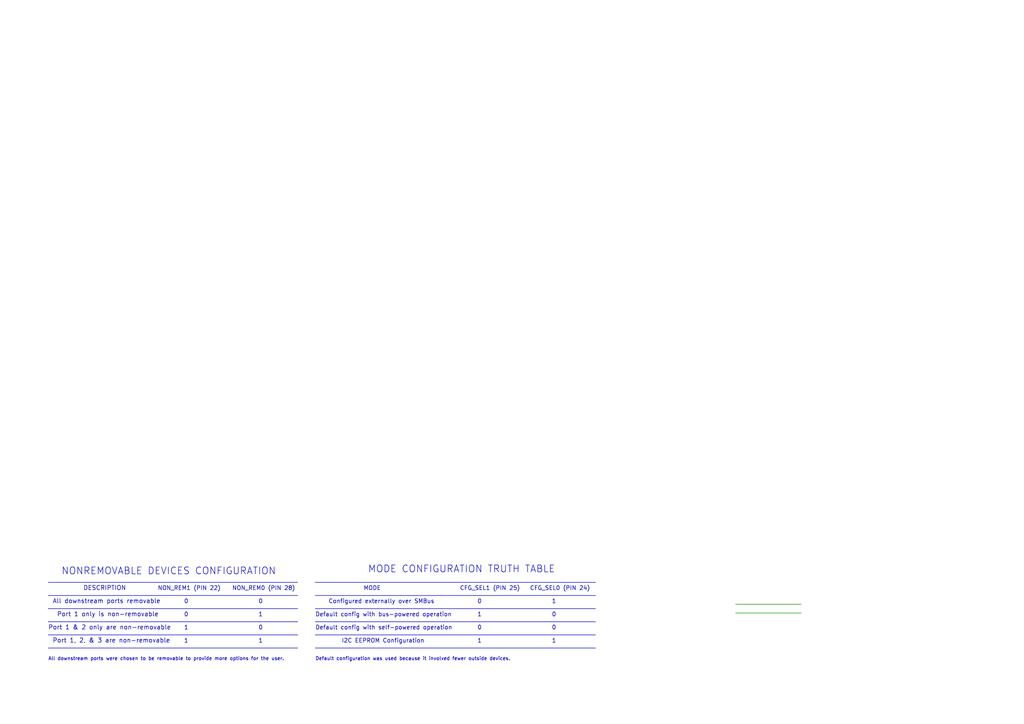
<source format=kicad_sch>
(kicad_sch
	(version 20231120)
	(generator "eeschema")
	(generator_version "8.0")
	(uuid "d0b667c0-19d7-4833-bdaa-258f68b11ab9")
	(paper "A4")
	(title_block
		(title "Open Source Educational Baseboard")
		(date "2020-06-30")
		(rev "1.1")
		(company "NVIDIA")
	)
	(lib_symbols)
	(wire
		(pts
			(xy 213.36 175.26) (xy 232.41 175.26)
		)
		(stroke
			(width 0)
			(type default)
		)
		(uuid "085b2381-bda5-4a3d-9ffe-819cfc23ec95")
	)
	(polyline
		(pts
			(xy 91.44 180.34) (xy 172.72 180.34)
		)
		(stroke
			(width 0)
			(type solid)
		)
		(uuid "0c367cdf-cf46-46ba-b7d5-32bb5f790e14")
	)
	(polyline
		(pts
			(xy 91.44 172.72) (xy 172.72 172.72)
		)
		(stroke
			(width 0)
			(type solid)
		)
		(uuid "20c1da91-bced-4ebe-b130-af9d12bdafa2")
	)
	(polyline
		(pts
			(xy 13.97 176.53) (xy 86.36 176.53)
		)
		(stroke
			(width 0)
			(type solid)
		)
		(uuid "31e9654d-a006-438f-a82b-83ba3854a12f")
	)
	(polyline
		(pts
			(xy 13.97 172.72) (xy 86.36 172.72)
		)
		(stroke
			(width 0)
			(type solid)
		)
		(uuid "46c36f01-09e6-4ea1-ac22-04abae5f192b")
	)
	(polyline
		(pts
			(xy 91.44 176.53) (xy 172.72 176.53)
		)
		(stroke
			(width 0)
			(type solid)
		)
		(uuid "471ce6b7-827b-4bd4-b3dd-c7303cedefeb")
	)
	(polyline
		(pts
			(xy 13.97 187.96) (xy 86.36 187.96)
		)
		(stroke
			(width 0)
			(type solid)
		)
		(uuid "571368fe-5f21-4af9-b8f6-e9ddbec2a419")
	)
	(polyline
		(pts
			(xy 13.97 168.91) (xy 86.36 168.91)
		)
		(stroke
			(width 0)
			(type solid)
		)
		(uuid "6708fd8f-04d8-4acd-9663-b39c0b2074c4")
	)
	(wire
		(pts
			(xy 213.36 177.8) (xy 232.41 177.8)
		)
		(stroke
			(width 0)
			(type default)
		)
		(uuid "6ba545b8-5dc4-4e77-815d-42feb484baac")
	)
	(polyline
		(pts
			(xy 13.97 180.34) (xy 86.36 180.34)
		)
		(stroke
			(width 0)
			(type solid)
		)
		(uuid "7af54db0-75d2-43be-a769-3449fda2dae6")
	)
	(polyline
		(pts
			(xy 91.44 168.91) (xy 172.72 168.91)
		)
		(stroke
			(width 0)
			(type solid)
		)
		(uuid "7ee1194d-193f-4736-8bb8-d3a8e4fc2129")
	)
	(polyline
		(pts
			(xy 91.44 187.96) (xy 172.72 187.96)
		)
		(stroke
			(width 0)
			(type solid)
		)
		(uuid "80ba9ff9-d064-4962-9c86-339c8064571e")
	)
	(polyline
		(pts
			(xy 91.44 184.15) (xy 172.72 184.15)
		)
		(stroke
			(width 0)
			(type solid)
		)
		(uuid "85745bfe-43e3-4d3c-8ffc-7f709f8d77a9")
	)
	(polyline
		(pts
			(xy 13.97 184.15) (xy 86.36 184.15)
		)
		(stroke
			(width 0)
			(type solid)
		)
		(uuid "b4a90ad0-19e1-4bc0-bb88-fce743c36bc5")
	)
	(text "0\n"
		(exclude_from_sim no)
		(at 74.93 182.88 0)
		(effects
			(font
				(size 1.1938 1.1938)
			)
			(justify left bottom)
		)
		(uuid "0292adf7-edd2-439d-87ea-395bf66f80b0")
	)
	(text "I2C EEPROM Configuration"
		(exclude_from_sim no)
		(at 99.06 186.69 0)
		(effects
			(font
				(size 1.1938 1.1938)
			)
			(justify left bottom)
		)
		(uuid "02d7bfb4-db15-48ce-b07f-3fc212468539")
	)
	(text "MODE\n"
		(exclude_from_sim no)
		(at 105.41 171.45 0)
		(effects
			(font
				(size 1.1938 1.1938)
			)
			(justify left bottom)
		)
		(uuid "0cf11f3a-631a-4db4-89c7-06ec7fb3ffe6")
	)
	(text "0\n"
		(exclude_from_sim no)
		(at 160.02 179.07 0)
		(effects
			(font
				(size 1.1938 1.1938)
			)
			(justify left bottom)
		)
		(uuid "16c70588-9f9b-4691-a7f9-5dc1919a2d73")
	)
	(text "DESCRIPTION\n"
		(exclude_from_sim no)
		(at 24.13 171.45 0)
		(effects
			(font
				(size 1.27 1.27)
			)
			(justify left bottom)
		)
		(uuid "17413d90-3025-43ae-ad03-8e1255edf01e")
	)
	(text "Port 1 & 2 only are non-removable"
		(exclude_from_sim no)
		(at 13.97 182.88 0)
		(effects
			(font
				(size 1.27 1.27)
			)
			(justify left bottom)
		)
		(uuid "20cb113c-1604-4fa1-974f-17f9dfd29999")
	)
	(text "NON_REM0 (PIN 28)\n"
		(exclude_from_sim no)
		(at 67.31 171.45 0)
		(effects
			(font
				(size 1.1938 1.1938)
			)
			(justify left bottom)
		)
		(uuid "20d62d95-db50-48ce-b854-a56d0097c800")
	)
	(text "NON_REM1 (PIN 22)\n"
		(exclude_from_sim no)
		(at 45.72 171.45 0)
		(effects
			(font
				(size 1.1938 1.1938)
			)
			(justify left bottom)
		)
		(uuid "39a8040e-d1cd-440f-a050-625a8e701941")
	)
	(text "1\n"
		(exclude_from_sim no)
		(at 74.93 179.07 0)
		(effects
			(font
				(size 1.1938 1.1938)
			)
			(justify left bottom)
		)
		(uuid "3d92ea1a-8ee7-4f7d-ac5d-3d2a4b0ca4e5")
	)
	(text "0\n"
		(exclude_from_sim no)
		(at 138.43 182.88 0)
		(effects
			(font
				(size 1.1938 1.1938)
			)
			(justify left bottom)
		)
		(uuid "44f647eb-3104-4ca3-bb91-5fe293c97489")
	)
	(text "All downstream ports removable"
		(exclude_from_sim no)
		(at 15.24 175.26 0)
		(effects
			(font
				(size 1.27 1.27)
			)
			(justify left bottom)
		)
		(uuid "4ac56ad1-84d1-4f47-acae-28e057af04e6")
	)
	(text "All downstream ports were chosen to be removable to provide more options for the user."
		(exclude_from_sim no)
		(at 13.97 191.77 0)
		(effects
			(font
				(size 0.9906 0.9906)
			)
			(justify left bottom)
		)
		(uuid "4cb2a03b-8c32-4b11-8467-f71e71a8b4fe")
	)
	(text "0\n"
		(exclude_from_sim no)
		(at 53.34 179.07 0)
		(effects
			(font
				(size 1.1938 1.1938)
			)
			(justify left bottom)
		)
		(uuid "60e57fc0-2f0d-42eb-aecd-01837d991105")
	)
	(text "Configured externally over SMBus\n"
		(exclude_from_sim no)
		(at 95.25 175.26 0)
		(effects
			(font
				(size 1.1938 1.1938)
			)
			(justify left bottom)
		)
		(uuid "72caf94e-b522-4364-a676-a34bc1642e9a")
	)
	(text "1"
		(exclude_from_sim no)
		(at 138.43 186.69 0)
		(effects
			(font
				(size 1.1938 1.1938)
			)
			(justify left bottom)
		)
		(uuid "7c017fac-5bad-41f2-ad6b-dab1f515b8af")
	)
	(text "0\n"
		(exclude_from_sim no)
		(at 53.34 175.26 0)
		(effects
			(font
				(size 1.1938 1.1938)
			)
			(justify left bottom)
		)
		(uuid "819e8e3b-00a5-4ebf-8b51-f6a4c7ffda3f")
	)
	(text "0\n"
		(exclude_from_sim no)
		(at 74.93 175.26 0)
		(effects
			(font
				(size 1.1938 1.1938)
			)
			(justify left bottom)
		)
		(uuid "8fde8e13-3c33-4e45-8b11-641eab98749e")
	)
	(text "Port 1, 2, & 3 are non-removable"
		(exclude_from_sim no)
		(at 15.24 186.69 0)
		(effects
			(font
				(size 1.27 1.27)
			)
			(justify left bottom)
		)
		(uuid "8fdf538c-7840-444f-be93-049d638d4cf4")
	)
	(text "Port 1 only is non-removable\n"
		(exclude_from_sim no)
		(at 16.51 179.07 0)
		(effects
			(font
				(size 1.27 1.27)
			)
			(justify left bottom)
		)
		(uuid "9f03abc1-8545-42bc-b808-4b7d8a461c50")
	)
	(text "NONREMOVABLE DEVICES CONFIGURATION\n\n"
		(exclude_from_sim no)
		(at 17.78 170.18 0)
		(effects
			(font
				(size 2.0066 2.0066)
			)
			(justify left bottom)
		)
		(uuid "a0a7481d-9fad-4421-baf2-1601edd06fac")
	)
	(text "Default config with self-powered operation\n"
		(exclude_from_sim no)
		(at 91.44 182.88 0)
		(effects
			(font
				(size 1.1938 1.1938)
			)
			(justify left bottom)
		)
		(uuid "a1d9c19f-48ec-4454-9c43-81c4cf8edab4")
	)
	(text "1\n"
		(exclude_from_sim no)
		(at 138.43 179.07 0)
		(effects
			(font
				(size 1.1938 1.1938)
			)
			(justify left bottom)
		)
		(uuid "a3d80c18-3ad8-4545-96c3-59d9634ed8ae")
	)
	(text "Default configuration was used because it involved fewer outside devices."
		(exclude_from_sim no)
		(at 91.44 191.77 0)
		(effects
			(font
				(size 0.9906 0.9906)
			)
			(justify left bottom)
		)
		(uuid "a96635f6-33e3-48b6-bc17-98474695a5df")
	)
	(text "1\n"
		(exclude_from_sim no)
		(at 160.02 186.69 0)
		(effects
			(font
				(size 1.1938 1.1938)
			)
			(justify left bottom)
		)
		(uuid "b16a45a8-497c-409d-b3ec-2a936074e21c")
	)
	(text "MODE CONFIGURATION TRUTH TABLE"
		(exclude_from_sim no)
		(at 106.68 166.37 0)
		(effects
			(font
				(size 2.0066 2.0066)
			)
			(justify left bottom)
		)
		(uuid "b78a65f8-30c8-44c4-b336-aac37c81b6aa")
	)
	(text "0\n"
		(exclude_from_sim no)
		(at 160.02 182.88 0)
		(effects
			(font
				(size 1.1938 1.1938)
			)
			(justify left bottom)
		)
		(uuid "bbbe159b-57a1-43c0-a9c9-b5f80cacbc3b")
	)
	(text "Default config with bus-powered operation\n"
		(exclude_from_sim no)
		(at 91.44 179.07 0)
		(effects
			(font
				(size 1.1938 1.1938)
			)
			(justify left bottom)
		)
		(uuid "bc830353-6d00-42ff-b79b-c64acb9c6ce5")
	)
	(text "1\n"
		(exclude_from_sim no)
		(at 74.93 186.69 0)
		(effects
			(font
				(size 1.1938 1.1938)
			)
			(justify left bottom)
		)
		(uuid "c83f7d88-42b9-4a63-9198-eeb4e6ed51e4")
	)
	(text "1\n"
		(exclude_from_sim no)
		(at 53.34 182.88 0)
		(effects
			(font
				(size 1.1938 1.1938)
			)
			(justify left bottom)
		)
		(uuid "ca4d2f6b-9859-4314-92ab-10ef8b3dbff4")
	)
	(text "CFG_SEL1 (PIN 25)\n"
		(exclude_from_sim no)
		(at 133.35 171.45 0)
		(effects
			(font
				(size 1.1938 1.1938)
			)
			(justify left bottom)
		)
		(uuid "ca647982-fe1e-447b-9115-0efb078b01a5")
	)
	(text "1"
		(exclude_from_sim no)
		(at 53.34 186.69 0)
		(effects
			(font
				(size 1.1938 1.1938)
			)
			(justify left bottom)
		)
		(uuid "ce5eee2d-4e8c-436d-8059-178f1a8c04b9")
	)
	(text "1\n"
		(exclude_from_sim no)
		(at 160.02 175.26 0)
		(effects
			(font
				(size 1.1938 1.1938)
			)
			(justify left bottom)
		)
		(uuid "d29ff909-5435-418a-b07e-739703975efa")
	)
	(text "CFG_SEL0 (PIN 24)\n"
		(exclude_from_sim no)
		(at 153.67 171.45 0)
		(effects
			(font
				(size 1.1938 1.1938)
			)
			(justify left bottom)
		)
		(uuid "f8592a3d-a646-416c-9921-96ed931fb7cc")
	)
	(text "0\n"
		(exclude_from_sim no)
		(at 138.43 175.26 0)
		(effects
			(font
				(size 1.1938 1.1938)
			)
			(justify left bottom)
		)
		(uuid "fb3c422a-a36c-40a2-8b17-5bda8b6b3938")
	)
)

</source>
